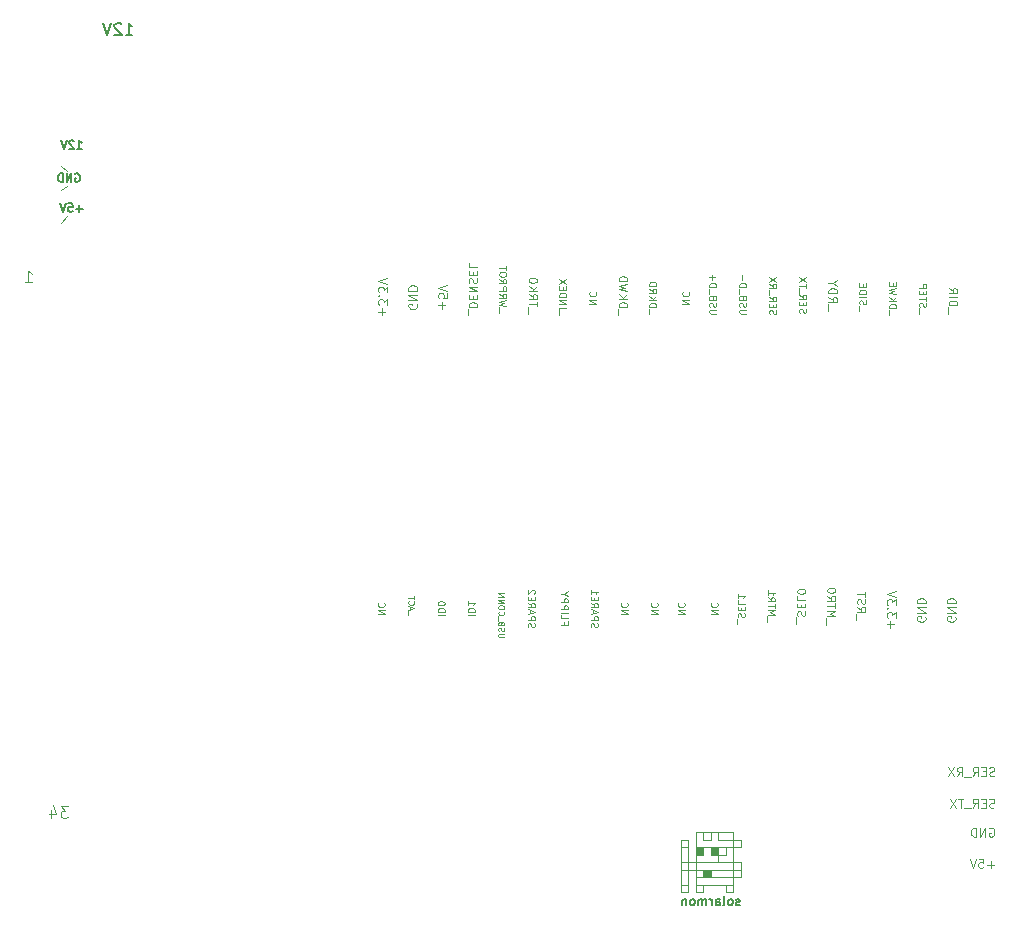
<source format=gbr>
G04 #@! TF.GenerationSoftware,KiCad,Pcbnew,(5.1.9)-1*
G04 #@! TF.CreationDate,2021-06-25T18:36:13+01:00*
G04 #@! TF.ProjectId,Greaseweazle F1 Plus,47726561-7365-4776-9561-7a6c65204631,1*
G04 #@! TF.SameCoordinates,PX6312cb0PY6bcb370*
G04 #@! TF.FileFunction,Legend,Bot*
G04 #@! TF.FilePolarity,Positive*
%FSLAX46Y46*%
G04 Gerber Fmt 4.6, Leading zero omitted, Abs format (unit mm)*
G04 Created by KiCad (PCBNEW (5.1.9)-1) date 2021-06-25 18:36:13*
%MOMM*%
%LPD*%
G01*
G04 APERTURE LIST*
%ADD10C,0.120000*%
%ADD11C,0.125000*%
%ADD12C,0.150000*%
%ADD13C,0.100000*%
G04 APERTURE END LIST*
D10*
X-2794000Y50927000D02*
X-3302000Y50546000D01*
X-2794000Y52197000D02*
X-3302000Y52578000D01*
X-2794000Y48387000D02*
X-3302000Y47752000D01*
D11*
X-2746477Y-1611380D02*
X-3365524Y-1611380D01*
X-3032191Y-1992333D01*
X-3175048Y-1992333D01*
X-3270286Y-2039952D01*
X-3317905Y-2087571D01*
X-3365524Y-2182809D01*
X-3365524Y-2420904D01*
X-3317905Y-2516142D01*
X-3270286Y-2563761D01*
X-3175048Y-2611380D01*
X-2889334Y-2611380D01*
X-2794096Y-2563761D01*
X-2746477Y-2516142D01*
X-4222667Y-1944714D02*
X-4222667Y-2611380D01*
X-3984572Y-1563761D02*
X-3746477Y-2278047D01*
X-4365524Y-2278047D01*
X-6381715Y42727620D02*
X-5810286Y42727620D01*
X-6096000Y42727620D02*
X-6096000Y43727620D01*
X-6000762Y43584762D01*
X-5905524Y43489524D01*
X-5810286Y43441905D01*
D12*
X2143047Y63682620D02*
X2714476Y63682620D01*
X2428761Y63682620D02*
X2428761Y64682620D01*
X2524000Y64539762D01*
X2619238Y64444524D01*
X2714476Y64396905D01*
X1762095Y64587381D02*
X1714476Y64635000D01*
X1619238Y64682620D01*
X1381142Y64682620D01*
X1285904Y64635000D01*
X1238285Y64587381D01*
X1190666Y64492143D01*
X1190666Y64396905D01*
X1238285Y64254048D01*
X1809714Y63682620D01*
X1190666Y63682620D01*
X904952Y64682620D02*
X571619Y63682620D01*
X238285Y64682620D01*
D11*
X61565285Y40298858D02*
X61565285Y40870286D01*
X61636714Y41477429D02*
X61993857Y41227429D01*
X61636714Y41048858D02*
X62386714Y41048858D01*
X62386714Y41334572D01*
X62351000Y41406000D01*
X62315285Y41441715D01*
X62243857Y41477429D01*
X62136714Y41477429D01*
X62065285Y41441715D01*
X62029571Y41406000D01*
X61993857Y41334572D01*
X61993857Y41048858D01*
X61636714Y41798858D02*
X62386714Y41798858D01*
X62386714Y41977429D01*
X62351000Y42084572D01*
X62279571Y42156000D01*
X62208142Y42191715D01*
X62065285Y42227429D01*
X61958142Y42227429D01*
X61815285Y42191715D01*
X61743857Y42156000D01*
X61672428Y42084572D01*
X61636714Y41977429D01*
X61636714Y41798858D01*
X61993857Y42691715D02*
X61636714Y42691715D01*
X62386714Y42441715D02*
X61993857Y42691715D01*
X62386714Y42941715D01*
X49258571Y40930572D02*
X49858571Y40930572D01*
X49258571Y41273429D01*
X49858571Y41273429D01*
X49315714Y41902000D02*
X49287142Y41873429D01*
X49258571Y41787715D01*
X49258571Y41730572D01*
X49287142Y41644858D01*
X49344285Y41587715D01*
X49401428Y41559143D01*
X49515714Y41530572D01*
X49601428Y41530572D01*
X49715714Y41559143D01*
X49772857Y41587715D01*
X49830000Y41644858D01*
X49858571Y41730572D01*
X49858571Y41787715D01*
X49830000Y41873429D01*
X49801428Y41902000D01*
X23477571Y14641572D02*
X24077571Y14641572D01*
X23477571Y14984429D01*
X24077571Y14984429D01*
X23534714Y15613000D02*
X23506142Y15584429D01*
X23477571Y15498715D01*
X23477571Y15441572D01*
X23506142Y15355858D01*
X23563285Y15298715D01*
X23620428Y15270143D01*
X23734714Y15241572D01*
X23820428Y15241572D01*
X23934714Y15270143D01*
X23991857Y15298715D01*
X24049000Y15355858D01*
X24077571Y15441572D01*
X24077571Y15498715D01*
X24049000Y15584429D01*
X24020428Y15613000D01*
X28557571Y14527286D02*
X29157571Y14527286D01*
X28557571Y14813000D02*
X29157571Y14813000D01*
X29157571Y14955858D01*
X29129000Y15041572D01*
X29071857Y15098715D01*
X29014714Y15127286D01*
X28900428Y15155858D01*
X28814714Y15155858D01*
X28700428Y15127286D01*
X28643285Y15098715D01*
X28586142Y15041572D01*
X28557571Y14955858D01*
X28557571Y14813000D01*
X29157571Y15527286D02*
X29157571Y15584429D01*
X29129000Y15641572D01*
X29100428Y15670143D01*
X29043285Y15698715D01*
X28929000Y15727286D01*
X28786142Y15727286D01*
X28671857Y15698715D01*
X28614714Y15670143D01*
X28586142Y15641572D01*
X28557571Y15584429D01*
X28557571Y15527286D01*
X28586142Y15470143D01*
X28614714Y15441572D01*
X28671857Y15413000D01*
X28786142Y15384429D01*
X28929000Y15384429D01*
X29043285Y15413000D01*
X29100428Y15441572D01*
X29129000Y15470143D01*
X29157571Y15527286D01*
X31097571Y14527286D02*
X31697571Y14527286D01*
X31097571Y14813000D02*
X31697571Y14813000D01*
X31697571Y14955858D01*
X31669000Y15041572D01*
X31611857Y15098715D01*
X31554714Y15127286D01*
X31440428Y15155858D01*
X31354714Y15155858D01*
X31240428Y15127286D01*
X31183285Y15098715D01*
X31126142Y15041572D01*
X31097571Y14955858D01*
X31097571Y14813000D01*
X31097571Y15727286D02*
X31097571Y15384429D01*
X31097571Y15555858D02*
X31697571Y15555858D01*
X31611857Y15498715D01*
X31554714Y15441572D01*
X31526142Y15384429D01*
X36206142Y13527286D02*
X36177571Y13613000D01*
X36177571Y13755858D01*
X36206142Y13813000D01*
X36234714Y13841572D01*
X36291857Y13870143D01*
X36349000Y13870143D01*
X36406142Y13841572D01*
X36434714Y13813000D01*
X36463285Y13755858D01*
X36491857Y13641572D01*
X36520428Y13584429D01*
X36549000Y13555858D01*
X36606142Y13527286D01*
X36663285Y13527286D01*
X36720428Y13555858D01*
X36749000Y13584429D01*
X36777571Y13641572D01*
X36777571Y13784429D01*
X36749000Y13870143D01*
X36177571Y14127286D02*
X36777571Y14127286D01*
X36777571Y14355858D01*
X36749000Y14413000D01*
X36720428Y14441572D01*
X36663285Y14470143D01*
X36577571Y14470143D01*
X36520428Y14441572D01*
X36491857Y14413000D01*
X36463285Y14355858D01*
X36463285Y14127286D01*
X36349000Y14698715D02*
X36349000Y14984429D01*
X36177571Y14641572D02*
X36777571Y14841572D01*
X36177571Y15041572D01*
X36177571Y15584429D02*
X36463285Y15384429D01*
X36177571Y15241572D02*
X36777571Y15241572D01*
X36777571Y15470143D01*
X36749000Y15527286D01*
X36720428Y15555858D01*
X36663285Y15584429D01*
X36577571Y15584429D01*
X36520428Y15555858D01*
X36491857Y15527286D01*
X36463285Y15470143D01*
X36463285Y15241572D01*
X36491857Y15841572D02*
X36491857Y16041572D01*
X36177571Y16127286D02*
X36177571Y15841572D01*
X36777571Y15841572D01*
X36777571Y16127286D01*
X36720428Y16355858D02*
X36749000Y16384429D01*
X36777571Y16441572D01*
X36777571Y16584429D01*
X36749000Y16641572D01*
X36720428Y16670143D01*
X36663285Y16698715D01*
X36606142Y16698715D01*
X36520428Y16670143D01*
X36177571Y16327286D01*
X36177571Y16698715D01*
X39285857Y13955858D02*
X39285857Y13755858D01*
X38971571Y13755858D02*
X39571571Y13755858D01*
X39571571Y14041572D01*
X38971571Y14555858D02*
X38971571Y14270143D01*
X39571571Y14270143D01*
X38971571Y14755858D02*
X39571571Y14755858D01*
X38971571Y15041572D02*
X39571571Y15041572D01*
X39571571Y15270143D01*
X39543000Y15327286D01*
X39514428Y15355858D01*
X39457285Y15384429D01*
X39371571Y15384429D01*
X39314428Y15355858D01*
X39285857Y15327286D01*
X39257285Y15270143D01*
X39257285Y15041572D01*
X38971571Y15641572D02*
X39571571Y15641572D01*
X39571571Y15870143D01*
X39543000Y15927286D01*
X39514428Y15955858D01*
X39457285Y15984429D01*
X39371571Y15984429D01*
X39314428Y15955858D01*
X39285857Y15927286D01*
X39257285Y15870143D01*
X39257285Y15641572D01*
X39257285Y16355858D02*
X38971571Y16355858D01*
X39571571Y16155858D02*
X39257285Y16355858D01*
X39571571Y16555858D01*
X41540142Y13527286D02*
X41511571Y13613000D01*
X41511571Y13755858D01*
X41540142Y13813000D01*
X41568714Y13841572D01*
X41625857Y13870143D01*
X41683000Y13870143D01*
X41740142Y13841572D01*
X41768714Y13813000D01*
X41797285Y13755858D01*
X41825857Y13641572D01*
X41854428Y13584429D01*
X41883000Y13555858D01*
X41940142Y13527286D01*
X41997285Y13527286D01*
X42054428Y13555858D01*
X42083000Y13584429D01*
X42111571Y13641572D01*
X42111571Y13784429D01*
X42083000Y13870143D01*
X41511571Y14127286D02*
X42111571Y14127286D01*
X42111571Y14355858D01*
X42083000Y14413000D01*
X42054428Y14441572D01*
X41997285Y14470143D01*
X41911571Y14470143D01*
X41854428Y14441572D01*
X41825857Y14413000D01*
X41797285Y14355858D01*
X41797285Y14127286D01*
X41683000Y14698715D02*
X41683000Y14984429D01*
X41511571Y14641572D02*
X42111571Y14841572D01*
X41511571Y15041572D01*
X41511571Y15584429D02*
X41797285Y15384429D01*
X41511571Y15241572D02*
X42111571Y15241572D01*
X42111571Y15470143D01*
X42083000Y15527286D01*
X42054428Y15555858D01*
X41997285Y15584429D01*
X41911571Y15584429D01*
X41854428Y15555858D01*
X41825857Y15527286D01*
X41797285Y15470143D01*
X41797285Y15241572D01*
X41825857Y15841572D02*
X41825857Y16041572D01*
X41511571Y16127286D02*
X41511571Y15841572D01*
X42111571Y15841572D01*
X42111571Y16127286D01*
X41511571Y16698715D02*
X41511571Y16355858D01*
X41511571Y16527286D02*
X42111571Y16527286D01*
X42025857Y16470143D01*
X41968714Y16413000D01*
X41940142Y16355858D01*
X44051571Y14641572D02*
X44651571Y14641572D01*
X44051571Y14984429D01*
X44651571Y14984429D01*
X44108714Y15613000D02*
X44080142Y15584429D01*
X44051571Y15498715D01*
X44051571Y15441572D01*
X44080142Y15355858D01*
X44137285Y15298715D01*
X44194428Y15270143D01*
X44308714Y15241572D01*
X44394428Y15241572D01*
X44508714Y15270143D01*
X44565857Y15298715D01*
X44623000Y15355858D01*
X44651571Y15441572D01*
X44651571Y15498715D01*
X44623000Y15584429D01*
X44594428Y15613000D01*
X46591571Y14641572D02*
X47191571Y14641572D01*
X46591571Y14984429D01*
X47191571Y14984429D01*
X46648714Y15613000D02*
X46620142Y15584429D01*
X46591571Y15498715D01*
X46591571Y15441572D01*
X46620142Y15355858D01*
X46677285Y15298715D01*
X46734428Y15270143D01*
X46848714Y15241572D01*
X46934428Y15241572D01*
X47048714Y15270143D01*
X47105857Y15298715D01*
X47163000Y15355858D01*
X47191571Y15441572D01*
X47191571Y15498715D01*
X47163000Y15584429D01*
X47134428Y15613000D01*
X48877571Y14641572D02*
X49477571Y14641572D01*
X48877571Y14984429D01*
X49477571Y14984429D01*
X48934714Y15613000D02*
X48906142Y15584429D01*
X48877571Y15498715D01*
X48877571Y15441572D01*
X48906142Y15355858D01*
X48963285Y15298715D01*
X49020428Y15270143D01*
X49134714Y15241572D01*
X49220428Y15241572D01*
X49334714Y15270143D01*
X49391857Y15298715D01*
X49449000Y15355858D01*
X49477571Y15441572D01*
X49477571Y15498715D01*
X49449000Y15584429D01*
X49420428Y15613000D01*
X51671571Y14641572D02*
X52271571Y14641572D01*
X51671571Y14984429D01*
X52271571Y14984429D01*
X51728714Y15613000D02*
X51700142Y15584429D01*
X51671571Y15498715D01*
X51671571Y15441572D01*
X51700142Y15355858D01*
X51757285Y15298715D01*
X51814428Y15270143D01*
X51928714Y15241572D01*
X52014428Y15241572D01*
X52128714Y15270143D01*
X52185857Y15298715D01*
X52243000Y15355858D01*
X52271571Y15441572D01*
X52271571Y15498715D01*
X52243000Y15584429D01*
X52214428Y15613000D01*
X53900428Y13798715D02*
X53900428Y14255858D01*
X53986142Y14370143D02*
X53957571Y14455858D01*
X53957571Y14598715D01*
X53986142Y14655858D01*
X54014714Y14684429D01*
X54071857Y14713000D01*
X54129000Y14713000D01*
X54186142Y14684429D01*
X54214714Y14655858D01*
X54243285Y14598715D01*
X54271857Y14484429D01*
X54300428Y14427286D01*
X54329000Y14398715D01*
X54386142Y14370143D01*
X54443285Y14370143D01*
X54500428Y14398715D01*
X54529000Y14427286D01*
X54557571Y14484429D01*
X54557571Y14627286D01*
X54529000Y14713000D01*
X54271857Y14970143D02*
X54271857Y15170143D01*
X53957571Y15255858D02*
X53957571Y14970143D01*
X54557571Y14970143D01*
X54557571Y15255858D01*
X53957571Y15798715D02*
X53957571Y15513000D01*
X54557571Y15513000D01*
X53957571Y16313000D02*
X53957571Y15970143D01*
X53957571Y16141572D02*
X54557571Y16141572D01*
X54471857Y16084429D01*
X54414714Y16027286D01*
X54386142Y15970143D01*
X75696090Y-1706197D02*
X75588948Y-1741911D01*
X75410376Y-1741911D01*
X75338948Y-1706197D01*
X75303233Y-1670483D01*
X75267519Y-1599054D01*
X75267519Y-1527626D01*
X75303233Y-1456197D01*
X75338948Y-1420483D01*
X75410376Y-1384768D01*
X75553233Y-1349054D01*
X75624662Y-1313340D01*
X75660376Y-1277626D01*
X75696090Y-1206197D01*
X75696090Y-1134768D01*
X75660376Y-1063340D01*
X75624662Y-1027626D01*
X75553233Y-991911D01*
X75374662Y-991911D01*
X75267519Y-1027626D01*
X74946090Y-1349054D02*
X74696090Y-1349054D01*
X74588948Y-1741911D02*
X74946090Y-1741911D01*
X74946090Y-991911D01*
X74588948Y-991911D01*
X73838948Y-1741911D02*
X74088948Y-1384768D01*
X74267519Y-1741911D02*
X74267519Y-991911D01*
X73981805Y-991911D01*
X73910376Y-1027626D01*
X73874662Y-1063340D01*
X73838948Y-1134768D01*
X73838948Y-1241911D01*
X73874662Y-1313340D01*
X73910376Y-1349054D01*
X73981805Y-1384768D01*
X74267519Y-1384768D01*
X73696090Y-1813340D02*
X73124662Y-1813340D01*
X73053233Y-991911D02*
X72624662Y-991911D01*
X72838948Y-1741911D02*
X72838948Y-991911D01*
X72446090Y-991911D02*
X71946090Y-1741911D01*
X71946090Y-991911D02*
X72446090Y-1741911D01*
X75696090Y960803D02*
X75588947Y925089D01*
X75410376Y925089D01*
X75338947Y960803D01*
X75303233Y996517D01*
X75267519Y1067946D01*
X75267519Y1139374D01*
X75303233Y1210803D01*
X75338947Y1246517D01*
X75410376Y1282232D01*
X75553233Y1317946D01*
X75624662Y1353660D01*
X75660376Y1389374D01*
X75696090Y1460803D01*
X75696090Y1532232D01*
X75660376Y1603660D01*
X75624662Y1639374D01*
X75553233Y1675089D01*
X75374662Y1675089D01*
X75267519Y1639374D01*
X74946090Y1317946D02*
X74696090Y1317946D01*
X74588947Y925089D02*
X74946090Y925089D01*
X74946090Y1675089D01*
X74588947Y1675089D01*
X73838947Y925089D02*
X74088947Y1282232D01*
X74267519Y925089D02*
X74267519Y1675089D01*
X73981804Y1675089D01*
X73910376Y1639374D01*
X73874662Y1603660D01*
X73838947Y1532232D01*
X73838947Y1425089D01*
X73874662Y1353660D01*
X73910376Y1317946D01*
X73981804Y1282232D01*
X74267519Y1282232D01*
X73696090Y853660D02*
X73124662Y853660D01*
X72517519Y925089D02*
X72767519Y1282232D01*
X72946090Y925089D02*
X72946090Y1675089D01*
X72660376Y1675089D01*
X72588947Y1639374D01*
X72553233Y1603660D01*
X72517519Y1532232D01*
X72517519Y1425089D01*
X72553233Y1353660D01*
X72588947Y1317946D01*
X72660376Y1282232D01*
X72946090Y1282232D01*
X72267519Y1675089D02*
X71767519Y925089D01*
X71767519Y1675089D02*
X72267519Y925089D01*
X75267519Y-3491426D02*
X75338948Y-3455711D01*
X75446091Y-3455711D01*
X75553233Y-3491426D01*
X75624662Y-3562854D01*
X75660376Y-3634283D01*
X75696091Y-3777140D01*
X75696091Y-3884283D01*
X75660376Y-4027140D01*
X75624662Y-4098568D01*
X75553233Y-4169997D01*
X75446091Y-4205711D01*
X75374662Y-4205711D01*
X75267519Y-4169997D01*
X75231805Y-4134283D01*
X75231805Y-3884283D01*
X75374662Y-3884283D01*
X74910376Y-4205711D02*
X74910376Y-3455711D01*
X74481805Y-4205711D01*
X74481805Y-3455711D01*
X74124662Y-4205711D02*
X74124662Y-3455711D01*
X73946091Y-3455711D01*
X73838948Y-3491426D01*
X73767519Y-3562854D01*
X73731805Y-3634283D01*
X73696091Y-3777140D01*
X73696091Y-3884283D01*
X73731805Y-4027140D01*
X73767519Y-4098568D01*
X73838948Y-4169997D01*
X73946091Y-4205711D01*
X74124662Y-4205711D01*
X75660376Y-6561597D02*
X75088948Y-6561597D01*
X75374662Y-6847311D02*
X75374662Y-6275883D01*
X74374662Y-6097311D02*
X74731805Y-6097311D01*
X74767519Y-6454454D01*
X74731805Y-6418740D01*
X74660376Y-6383026D01*
X74481805Y-6383026D01*
X74410376Y-6418740D01*
X74374662Y-6454454D01*
X74338948Y-6525883D01*
X74338948Y-6704454D01*
X74374662Y-6775883D01*
X74410376Y-6811597D01*
X74481805Y-6847311D01*
X74660376Y-6847311D01*
X74731805Y-6811597D01*
X74767519Y-6775883D01*
X74124662Y-6097311D02*
X73874662Y-6847311D01*
X73624662Y-6097311D01*
X56440428Y13981286D02*
X56440428Y14438429D01*
X56497571Y14581286D02*
X57097571Y14581286D01*
X56669000Y14781286D01*
X57097571Y14981286D01*
X56497571Y14981286D01*
X57097571Y15181286D02*
X57097571Y15524143D01*
X56497571Y15352715D02*
X57097571Y15352715D01*
X56497571Y16067000D02*
X56783285Y15867000D01*
X56497571Y15724143D02*
X57097571Y15724143D01*
X57097571Y15952715D01*
X57069000Y16009858D01*
X57040428Y16038429D01*
X56983285Y16067000D01*
X56897571Y16067000D01*
X56840428Y16038429D01*
X56811857Y16009858D01*
X56783285Y15952715D01*
X56783285Y15724143D01*
X56497571Y16638429D02*
X56497571Y16295572D01*
X56497571Y16467000D02*
X57097571Y16467000D01*
X57011857Y16409858D01*
X56954714Y16352715D01*
X56926142Y16295572D01*
X64005666Y14150334D02*
X64005666Y14683667D01*
X64072333Y15250334D02*
X64405666Y15017000D01*
X64072333Y14850334D02*
X64772333Y14850334D01*
X64772333Y15117000D01*
X64739000Y15183667D01*
X64705666Y15217000D01*
X64639000Y15250334D01*
X64539000Y15250334D01*
X64472333Y15217000D01*
X64439000Y15183667D01*
X64405666Y15117000D01*
X64405666Y14850334D01*
X64105666Y15517000D02*
X64072333Y15617000D01*
X64072333Y15783667D01*
X64105666Y15850334D01*
X64139000Y15883667D01*
X64205666Y15917000D01*
X64272333Y15917000D01*
X64339000Y15883667D01*
X64372333Y15850334D01*
X64405666Y15783667D01*
X64439000Y15650334D01*
X64472333Y15583667D01*
X64505666Y15550334D01*
X64572333Y15517000D01*
X64639000Y15517000D01*
X64705666Y15550334D01*
X64739000Y15583667D01*
X64772333Y15650334D01*
X64772333Y15817000D01*
X64739000Y15917000D01*
X64772333Y16117000D02*
X64772333Y16517000D01*
X64072333Y16317000D02*
X64772333Y16317000D01*
X61465666Y13750334D02*
X61465666Y14283667D01*
X61532333Y14450334D02*
X62232333Y14450334D01*
X61732333Y14683667D01*
X62232333Y14917000D01*
X61532333Y14917000D01*
X62232333Y15150334D02*
X62232333Y15550334D01*
X61532333Y15350334D02*
X62232333Y15350334D01*
X61532333Y16183667D02*
X61865666Y15950334D01*
X61532333Y15783667D02*
X62232333Y15783667D01*
X62232333Y16050334D01*
X62199000Y16117000D01*
X62165666Y16150334D01*
X62099000Y16183667D01*
X61999000Y16183667D01*
X61932333Y16150334D01*
X61899000Y16117000D01*
X61865666Y16050334D01*
X61865666Y15783667D01*
X62232333Y16617000D02*
X62232333Y16683667D01*
X62199000Y16750334D01*
X62165666Y16783667D01*
X62099000Y16817000D01*
X61965666Y16850334D01*
X61799000Y16850334D01*
X61665666Y16817000D01*
X61599000Y16783667D01*
X61565666Y16750334D01*
X61532333Y16683667D01*
X61532333Y16617000D01*
X61565666Y16550334D01*
X61599000Y16517000D01*
X61665666Y16483667D01*
X61799000Y16450334D01*
X61965666Y16450334D01*
X62099000Y16483667D01*
X62165666Y16517000D01*
X62199000Y16550334D01*
X62232333Y16617000D01*
X66875428Y13486000D02*
X66875428Y14057429D01*
X66589714Y13771715D02*
X67161142Y13771715D01*
X67339714Y14343143D02*
X67339714Y14807429D01*
X67054000Y14557429D01*
X67054000Y14664572D01*
X67018285Y14736000D01*
X66982571Y14771715D01*
X66911142Y14807429D01*
X66732571Y14807429D01*
X66661142Y14771715D01*
X66625428Y14736000D01*
X66589714Y14664572D01*
X66589714Y14450286D01*
X66625428Y14378858D01*
X66661142Y14343143D01*
X66661142Y15128858D02*
X66625428Y15164572D01*
X66589714Y15128858D01*
X66625428Y15093143D01*
X66661142Y15128858D01*
X66589714Y15128858D01*
X67339714Y15414572D02*
X67339714Y15878858D01*
X67054000Y15628858D01*
X67054000Y15736000D01*
X67018285Y15807429D01*
X66982571Y15843143D01*
X66911142Y15878858D01*
X66732571Y15878858D01*
X66661142Y15843143D01*
X66625428Y15807429D01*
X66589714Y15736000D01*
X66589714Y15521715D01*
X66625428Y15450286D01*
X66661142Y15414572D01*
X67339714Y16093143D02*
X66589714Y16343143D01*
X67339714Y16593143D01*
X34182809Y12684358D02*
X33778047Y12684358D01*
X33730428Y12708167D01*
X33706619Y12731977D01*
X33682809Y12779596D01*
X33682809Y12874834D01*
X33706619Y12922453D01*
X33730428Y12946262D01*
X33778047Y12970072D01*
X34182809Y12970072D01*
X33706619Y13184358D02*
X33682809Y13255786D01*
X33682809Y13374834D01*
X33706619Y13422453D01*
X33730428Y13446262D01*
X33778047Y13470072D01*
X33825666Y13470072D01*
X33873285Y13446262D01*
X33897095Y13422453D01*
X33920904Y13374834D01*
X33944714Y13279596D01*
X33968523Y13231977D01*
X33992333Y13208167D01*
X34039952Y13184358D01*
X34087571Y13184358D01*
X34135190Y13208167D01*
X34159000Y13231977D01*
X34182809Y13279596D01*
X34182809Y13398643D01*
X34159000Y13470072D01*
X33944714Y13851024D02*
X33920904Y13922453D01*
X33897095Y13946262D01*
X33849476Y13970072D01*
X33778047Y13970072D01*
X33730428Y13946262D01*
X33706619Y13922453D01*
X33682809Y13874834D01*
X33682809Y13684358D01*
X34182809Y13684358D01*
X34182809Y13851024D01*
X34159000Y13898643D01*
X34135190Y13922453D01*
X34087571Y13946262D01*
X34039952Y13946262D01*
X33992333Y13922453D01*
X33968523Y13898643D01*
X33944714Y13851024D01*
X33944714Y13684358D01*
X33635190Y14065310D02*
X33635190Y14446262D01*
X33730428Y14851024D02*
X33706619Y14827215D01*
X33682809Y14755786D01*
X33682809Y14708167D01*
X33706619Y14636739D01*
X33754238Y14589120D01*
X33801857Y14565310D01*
X33897095Y14541500D01*
X33968523Y14541500D01*
X34063761Y14565310D01*
X34111380Y14589120D01*
X34159000Y14636739D01*
X34182809Y14708167D01*
X34182809Y14755786D01*
X34159000Y14827215D01*
X34135190Y14851024D01*
X34182809Y15160548D02*
X34182809Y15255786D01*
X34159000Y15303405D01*
X34111380Y15351024D01*
X34016142Y15374834D01*
X33849476Y15374834D01*
X33754238Y15351024D01*
X33706619Y15303405D01*
X33682809Y15255786D01*
X33682809Y15160548D01*
X33706619Y15112929D01*
X33754238Y15065310D01*
X33849476Y15041500D01*
X34016142Y15041500D01*
X34111380Y15065310D01*
X34159000Y15112929D01*
X34182809Y15160548D01*
X33682809Y15589120D02*
X34182809Y15589120D01*
X33682809Y15874834D01*
X34182809Y15874834D01*
X33682809Y16112929D02*
X34182809Y16112929D01*
X33682809Y16398643D01*
X34182809Y16398643D01*
X58925666Y13833667D02*
X58925666Y14367000D01*
X59025666Y14500334D02*
X58992333Y14600334D01*
X58992333Y14767000D01*
X59025666Y14833667D01*
X59059000Y14867000D01*
X59125666Y14900334D01*
X59192333Y14900334D01*
X59259000Y14867000D01*
X59292333Y14833667D01*
X59325666Y14767000D01*
X59359000Y14633667D01*
X59392333Y14567000D01*
X59425666Y14533667D01*
X59492333Y14500334D01*
X59559000Y14500334D01*
X59625666Y14533667D01*
X59659000Y14567000D01*
X59692333Y14633667D01*
X59692333Y14800334D01*
X59659000Y14900334D01*
X59359000Y15200334D02*
X59359000Y15433667D01*
X58992333Y15533667D02*
X58992333Y15200334D01*
X59692333Y15200334D01*
X59692333Y15533667D01*
X58992333Y16167000D02*
X58992333Y15833667D01*
X59692333Y15833667D01*
X59692333Y16533667D02*
X59692333Y16600334D01*
X59659000Y16667000D01*
X59625666Y16700334D01*
X59559000Y16733667D01*
X59425666Y16767000D01*
X59259000Y16767000D01*
X59125666Y16733667D01*
X59059000Y16700334D01*
X59025666Y16667000D01*
X58992333Y16600334D01*
X58992333Y16533667D01*
X59025666Y16467000D01*
X59059000Y16433667D01*
X59125666Y16400334D01*
X59259000Y16367000D01*
X59425666Y16367000D01*
X59559000Y16400334D01*
X59625666Y16433667D01*
X59659000Y16467000D01*
X59692333Y16533667D01*
X69844000Y14414572D02*
X69879714Y14343143D01*
X69879714Y14236000D01*
X69844000Y14128858D01*
X69772571Y14057429D01*
X69701142Y14021715D01*
X69558285Y13986000D01*
X69451142Y13986000D01*
X69308285Y14021715D01*
X69236857Y14057429D01*
X69165428Y14128858D01*
X69129714Y14236000D01*
X69129714Y14307429D01*
X69165428Y14414572D01*
X69201142Y14450286D01*
X69451142Y14450286D01*
X69451142Y14307429D01*
X69129714Y14771715D02*
X69879714Y14771715D01*
X69129714Y15200286D01*
X69879714Y15200286D01*
X69129714Y15557429D02*
X69879714Y15557429D01*
X69879714Y15736000D01*
X69844000Y15843143D01*
X69772571Y15914572D01*
X69701142Y15950286D01*
X69558285Y15986000D01*
X69451142Y15986000D01*
X69308285Y15950286D01*
X69236857Y15914572D01*
X69165428Y15843143D01*
X69129714Y15736000D01*
X69129714Y15557429D01*
X72384000Y14414572D02*
X72419714Y14343143D01*
X72419714Y14236000D01*
X72384000Y14128858D01*
X72312571Y14057429D01*
X72241142Y14021715D01*
X72098285Y13986000D01*
X71991142Y13986000D01*
X71848285Y14021715D01*
X71776857Y14057429D01*
X71705428Y14128858D01*
X71669714Y14236000D01*
X71669714Y14307429D01*
X71705428Y14414572D01*
X71741142Y14450286D01*
X71991142Y14450286D01*
X71991142Y14307429D01*
X71669714Y14771715D02*
X72419714Y14771715D01*
X71669714Y15200286D01*
X72419714Y15200286D01*
X71669714Y15557429D02*
X72419714Y15557429D01*
X72419714Y15736000D01*
X72384000Y15843143D01*
X72312571Y15914572D01*
X72241142Y15950286D01*
X72098285Y15986000D01*
X71991142Y15986000D01*
X71848285Y15950286D01*
X71776857Y15914572D01*
X71705428Y15843143D01*
X71669714Y15736000D01*
X71669714Y15557429D01*
X26015190Y14521762D02*
X26015190Y14902715D01*
X26205666Y14997953D02*
X26205666Y15236048D01*
X26062809Y14950334D02*
X26562809Y15117000D01*
X26062809Y15283667D01*
X26110428Y15736048D02*
X26086619Y15712239D01*
X26062809Y15640810D01*
X26062809Y15593191D01*
X26086619Y15521762D01*
X26134238Y15474143D01*
X26181857Y15450334D01*
X26277095Y15426524D01*
X26348523Y15426524D01*
X26443761Y15450334D01*
X26491380Y15474143D01*
X26539000Y15521762D01*
X26562809Y15593191D01*
X26562809Y15640810D01*
X26539000Y15712239D01*
X26515190Y15736048D01*
X26562809Y15878905D02*
X26562809Y16164620D01*
X26062809Y16021762D02*
X26562809Y16021762D01*
X31112666Y39930667D02*
X31112666Y40464000D01*
X31179333Y40630667D02*
X31879333Y40630667D01*
X31879333Y40797334D01*
X31846000Y40897334D01*
X31779333Y40964000D01*
X31712666Y40997334D01*
X31579333Y41030667D01*
X31479333Y41030667D01*
X31346000Y40997334D01*
X31279333Y40964000D01*
X31212666Y40897334D01*
X31179333Y40797334D01*
X31179333Y40630667D01*
X31546000Y41330667D02*
X31546000Y41564000D01*
X31179333Y41664000D02*
X31179333Y41330667D01*
X31879333Y41330667D01*
X31879333Y41664000D01*
X31179333Y41964000D02*
X31879333Y41964000D01*
X31179333Y42364000D01*
X31879333Y42364000D01*
X31212666Y42664000D02*
X31179333Y42764000D01*
X31179333Y42930667D01*
X31212666Y42997334D01*
X31246000Y43030667D01*
X31312666Y43064000D01*
X31379333Y43064000D01*
X31446000Y43030667D01*
X31479333Y42997334D01*
X31512666Y42930667D01*
X31546000Y42797334D01*
X31579333Y42730667D01*
X31612666Y42697334D01*
X31679333Y42664000D01*
X31746000Y42664000D01*
X31812666Y42697334D01*
X31846000Y42730667D01*
X31879333Y42797334D01*
X31879333Y42964000D01*
X31846000Y43064000D01*
X31546000Y43364000D02*
X31546000Y43597334D01*
X31179333Y43697334D02*
X31179333Y43364000D01*
X31879333Y43364000D01*
X31879333Y43697334D01*
X31179333Y44330667D02*
X31179333Y43997334D01*
X31879333Y43997334D01*
X26791000Y40894072D02*
X26826714Y40822643D01*
X26826714Y40715500D01*
X26791000Y40608358D01*
X26719571Y40536929D01*
X26648142Y40501215D01*
X26505285Y40465500D01*
X26398142Y40465500D01*
X26255285Y40501215D01*
X26183857Y40536929D01*
X26112428Y40608358D01*
X26076714Y40715500D01*
X26076714Y40786929D01*
X26112428Y40894072D01*
X26148142Y40929786D01*
X26398142Y40929786D01*
X26398142Y40786929D01*
X26076714Y41251215D02*
X26826714Y41251215D01*
X26076714Y41679786D01*
X26826714Y41679786D01*
X26076714Y42036929D02*
X26826714Y42036929D01*
X26826714Y42215500D01*
X26791000Y42322643D01*
X26719571Y42394072D01*
X26648142Y42429786D01*
X26505285Y42465500D01*
X26398142Y42465500D01*
X26255285Y42429786D01*
X26183857Y42394072D01*
X26112428Y42322643D01*
X26076714Y42215500D01*
X26076714Y42036929D01*
X28902428Y40501215D02*
X28902428Y41072643D01*
X28616714Y40786929D02*
X29188142Y40786929D01*
X29366714Y41786929D02*
X29366714Y41429786D01*
X29009571Y41394072D01*
X29045285Y41429786D01*
X29081000Y41501215D01*
X29081000Y41679786D01*
X29045285Y41751215D01*
X29009571Y41786929D01*
X28938142Y41822643D01*
X28759571Y41822643D01*
X28688142Y41786929D01*
X28652428Y41751215D01*
X28616714Y41679786D01*
X28616714Y41501215D01*
X28652428Y41429786D01*
X28688142Y41394072D01*
X29366714Y42036929D02*
X28616714Y42286929D01*
X29366714Y42536929D01*
X59193142Y40170286D02*
X59164571Y40256000D01*
X59164571Y40398858D01*
X59193142Y40456000D01*
X59221714Y40484572D01*
X59278857Y40513143D01*
X59336000Y40513143D01*
X59393142Y40484572D01*
X59421714Y40456000D01*
X59450285Y40398858D01*
X59478857Y40284572D01*
X59507428Y40227429D01*
X59536000Y40198858D01*
X59593142Y40170286D01*
X59650285Y40170286D01*
X59707428Y40198858D01*
X59736000Y40227429D01*
X59764571Y40284572D01*
X59764571Y40427429D01*
X59736000Y40513143D01*
X59478857Y40770286D02*
X59478857Y40970286D01*
X59164571Y41056000D02*
X59164571Y40770286D01*
X59764571Y40770286D01*
X59764571Y41056000D01*
X59164571Y41656000D02*
X59450285Y41456000D01*
X59164571Y41313143D02*
X59764571Y41313143D01*
X59764571Y41541715D01*
X59736000Y41598858D01*
X59707428Y41627429D01*
X59650285Y41656000D01*
X59564571Y41656000D01*
X59507428Y41627429D01*
X59478857Y41598858D01*
X59450285Y41541715D01*
X59450285Y41313143D01*
X59107428Y41770286D02*
X59107428Y42227429D01*
X59764571Y42284572D02*
X59764571Y42627429D01*
X59164571Y42456000D02*
X59764571Y42456000D01*
X59764571Y42770286D02*
X59164571Y43170286D01*
X59764571Y43170286D02*
X59164571Y42770286D01*
X46407428Y40036929D02*
X46407428Y40494072D01*
X46464571Y40636929D02*
X47064571Y40636929D01*
X47064571Y40779786D01*
X47036000Y40865500D01*
X46978857Y40922643D01*
X46921714Y40951215D01*
X46807428Y40979786D01*
X46721714Y40979786D01*
X46607428Y40951215D01*
X46550285Y40922643D01*
X46493142Y40865500D01*
X46464571Y40779786D01*
X46464571Y40636929D01*
X46464571Y41236929D02*
X47064571Y41236929D01*
X46464571Y41579786D02*
X46807428Y41322643D01*
X47064571Y41579786D02*
X46721714Y41236929D01*
X46464571Y42179786D02*
X46750285Y41979786D01*
X46464571Y41836929D02*
X47064571Y41836929D01*
X47064571Y42065500D01*
X47036000Y42122643D01*
X47007428Y42151215D01*
X46950285Y42179786D01*
X46864571Y42179786D01*
X46807428Y42151215D01*
X46778857Y42122643D01*
X46750285Y42065500D01*
X46750285Y41836929D01*
X46464571Y42436929D02*
X47064571Y42436929D01*
X47064571Y42579786D01*
X47036000Y42665500D01*
X46978857Y42722643D01*
X46921714Y42751215D01*
X46807428Y42779786D01*
X46721714Y42779786D01*
X46607428Y42751215D01*
X46550285Y42722643D01*
X46493142Y42665500D01*
X46464571Y42579786D01*
X46464571Y42436929D01*
X69267428Y40087715D02*
X69267428Y40544858D01*
X69353142Y40659143D02*
X69324571Y40744858D01*
X69324571Y40887715D01*
X69353142Y40944858D01*
X69381714Y40973429D01*
X69438857Y41002000D01*
X69496000Y41002000D01*
X69553142Y40973429D01*
X69581714Y40944858D01*
X69610285Y40887715D01*
X69638857Y40773429D01*
X69667428Y40716286D01*
X69696000Y40687715D01*
X69753142Y40659143D01*
X69810285Y40659143D01*
X69867428Y40687715D01*
X69896000Y40716286D01*
X69924571Y40773429D01*
X69924571Y40916286D01*
X69896000Y41002000D01*
X69924571Y41173429D02*
X69924571Y41516286D01*
X69324571Y41344858D02*
X69924571Y41344858D01*
X69638857Y41716286D02*
X69638857Y41916286D01*
X69324571Y42002000D02*
X69324571Y41716286D01*
X69924571Y41716286D01*
X69924571Y42002000D01*
X69324571Y42259143D02*
X69924571Y42259143D01*
X69924571Y42487715D01*
X69896000Y42544858D01*
X69867428Y42573429D01*
X69810285Y42602000D01*
X69724571Y42602000D01*
X69667428Y42573429D01*
X69638857Y42544858D01*
X69610285Y42487715D01*
X69610285Y42259143D01*
X52144571Y40062358D02*
X51658857Y40062358D01*
X51601714Y40090929D01*
X51573142Y40119500D01*
X51544571Y40176643D01*
X51544571Y40290929D01*
X51573142Y40348072D01*
X51601714Y40376643D01*
X51658857Y40405215D01*
X52144571Y40405215D01*
X51573142Y40662358D02*
X51544571Y40748072D01*
X51544571Y40890929D01*
X51573142Y40948072D01*
X51601714Y40976643D01*
X51658857Y41005215D01*
X51716000Y41005215D01*
X51773142Y40976643D01*
X51801714Y40948072D01*
X51830285Y40890929D01*
X51858857Y40776643D01*
X51887428Y40719500D01*
X51916000Y40690929D01*
X51973142Y40662358D01*
X52030285Y40662358D01*
X52087428Y40690929D01*
X52116000Y40719500D01*
X52144571Y40776643D01*
X52144571Y40919500D01*
X52116000Y41005215D01*
X51858857Y41462358D02*
X51830285Y41548072D01*
X51801714Y41576643D01*
X51744571Y41605215D01*
X51658857Y41605215D01*
X51601714Y41576643D01*
X51573142Y41548072D01*
X51544571Y41490929D01*
X51544571Y41262358D01*
X52144571Y41262358D01*
X52144571Y41462358D01*
X52116000Y41519500D01*
X52087428Y41548072D01*
X52030285Y41576643D01*
X51973142Y41576643D01*
X51916000Y41548072D01*
X51887428Y41519500D01*
X51858857Y41462358D01*
X51858857Y41262358D01*
X51487428Y41719500D02*
X51487428Y42176643D01*
X51544571Y42319500D02*
X52144571Y42319500D01*
X52144571Y42462358D01*
X52116000Y42548072D01*
X52058857Y42605215D01*
X52001714Y42633786D01*
X51887428Y42662358D01*
X51801714Y42662358D01*
X51687428Y42633786D01*
X51630285Y42605215D01*
X51573142Y42548072D01*
X51544571Y42462358D01*
X51544571Y42319500D01*
X51773142Y42919500D02*
X51773142Y43376643D01*
X51544571Y43148072D02*
X52001714Y43148072D01*
X71752666Y40078167D02*
X71752666Y40611500D01*
X71819333Y40778167D02*
X72519333Y40778167D01*
X72519333Y40944834D01*
X72486000Y41044834D01*
X72419333Y41111500D01*
X72352666Y41144834D01*
X72219333Y41178167D01*
X72119333Y41178167D01*
X71986000Y41144834D01*
X71919333Y41111500D01*
X71852666Y41044834D01*
X71819333Y40944834D01*
X71819333Y40778167D01*
X71819333Y41478167D02*
X72519333Y41478167D01*
X71819333Y42211500D02*
X72152666Y41978167D01*
X71819333Y41811500D02*
X72519333Y41811500D01*
X72519333Y42078167D01*
X72486000Y42144834D01*
X72452666Y42178167D01*
X72386000Y42211500D01*
X72286000Y42211500D01*
X72219333Y42178167D01*
X72186000Y42144834D01*
X72152666Y42078167D01*
X72152666Y41811500D01*
X64187428Y40300429D02*
X64187428Y40757572D01*
X64273142Y40871858D02*
X64244571Y40957572D01*
X64244571Y41100429D01*
X64273142Y41157572D01*
X64301714Y41186143D01*
X64358857Y41214715D01*
X64416000Y41214715D01*
X64473142Y41186143D01*
X64501714Y41157572D01*
X64530285Y41100429D01*
X64558857Y40986143D01*
X64587428Y40929000D01*
X64616000Y40900429D01*
X64673142Y40871858D01*
X64730285Y40871858D01*
X64787428Y40900429D01*
X64816000Y40929000D01*
X64844571Y40986143D01*
X64844571Y41129000D01*
X64816000Y41214715D01*
X64244571Y41471858D02*
X64844571Y41471858D01*
X64244571Y41757572D02*
X64844571Y41757572D01*
X64844571Y41900429D01*
X64816000Y41986143D01*
X64758857Y42043286D01*
X64701714Y42071858D01*
X64587428Y42100429D01*
X64501714Y42100429D01*
X64387428Y42071858D01*
X64330285Y42043286D01*
X64273142Y41986143D01*
X64244571Y41900429D01*
X64244571Y41757572D01*
X64558857Y42357572D02*
X64558857Y42557572D01*
X64244571Y42643286D02*
X64244571Y42357572D01*
X64844571Y42357572D01*
X64844571Y42643286D01*
X56653142Y40035358D02*
X56624571Y40121072D01*
X56624571Y40263929D01*
X56653142Y40321072D01*
X56681714Y40349643D01*
X56738857Y40378215D01*
X56796000Y40378215D01*
X56853142Y40349643D01*
X56881714Y40321072D01*
X56910285Y40263929D01*
X56938857Y40149643D01*
X56967428Y40092500D01*
X56996000Y40063929D01*
X57053142Y40035358D01*
X57110285Y40035358D01*
X57167428Y40063929D01*
X57196000Y40092500D01*
X57224571Y40149643D01*
X57224571Y40292500D01*
X57196000Y40378215D01*
X56938857Y40635358D02*
X56938857Y40835358D01*
X56624571Y40921072D02*
X56624571Y40635358D01*
X57224571Y40635358D01*
X57224571Y40921072D01*
X56624571Y41521072D02*
X56910285Y41321072D01*
X56624571Y41178215D02*
X57224571Y41178215D01*
X57224571Y41406786D01*
X57196000Y41463929D01*
X57167428Y41492500D01*
X57110285Y41521072D01*
X57024571Y41521072D01*
X56967428Y41492500D01*
X56938857Y41463929D01*
X56910285Y41406786D01*
X56910285Y41178215D01*
X56567428Y41635358D02*
X56567428Y42092500D01*
X56624571Y42578215D02*
X56910285Y42378215D01*
X56624571Y42235358D02*
X57224571Y42235358D01*
X57224571Y42463929D01*
X57196000Y42521072D01*
X57167428Y42549643D01*
X57110285Y42578215D01*
X57024571Y42578215D01*
X56967428Y42549643D01*
X56938857Y42521072D01*
X56910285Y42463929D01*
X56910285Y42235358D01*
X57224571Y42778215D02*
X56624571Y43178215D01*
X57224571Y43178215D02*
X56624571Y42778215D01*
X54684571Y40062358D02*
X54198857Y40062358D01*
X54141714Y40090929D01*
X54113142Y40119500D01*
X54084571Y40176643D01*
X54084571Y40290929D01*
X54113142Y40348072D01*
X54141714Y40376643D01*
X54198857Y40405215D01*
X54684571Y40405215D01*
X54113142Y40662358D02*
X54084571Y40748072D01*
X54084571Y40890929D01*
X54113142Y40948072D01*
X54141714Y40976643D01*
X54198857Y41005215D01*
X54256000Y41005215D01*
X54313142Y40976643D01*
X54341714Y40948072D01*
X54370285Y40890929D01*
X54398857Y40776643D01*
X54427428Y40719500D01*
X54456000Y40690929D01*
X54513142Y40662358D01*
X54570285Y40662358D01*
X54627428Y40690929D01*
X54656000Y40719500D01*
X54684571Y40776643D01*
X54684571Y40919500D01*
X54656000Y41005215D01*
X54398857Y41462358D02*
X54370285Y41548072D01*
X54341714Y41576643D01*
X54284571Y41605215D01*
X54198857Y41605215D01*
X54141714Y41576643D01*
X54113142Y41548072D01*
X54084571Y41490929D01*
X54084571Y41262358D01*
X54684571Y41262358D01*
X54684571Y41462358D01*
X54656000Y41519500D01*
X54627428Y41548072D01*
X54570285Y41576643D01*
X54513142Y41576643D01*
X54456000Y41548072D01*
X54427428Y41519500D01*
X54398857Y41462358D01*
X54398857Y41262358D01*
X54027428Y41719500D02*
X54027428Y42176643D01*
X54084571Y42319500D02*
X54684571Y42319500D01*
X54684571Y42462358D01*
X54656000Y42548072D01*
X54598857Y42605215D01*
X54541714Y42633786D01*
X54427428Y42662358D01*
X54341714Y42662358D01*
X54227428Y42633786D01*
X54170285Y42605215D01*
X54113142Y42548072D01*
X54084571Y42462358D01*
X54084571Y42319500D01*
X54313142Y42919500D02*
X54313142Y43376643D01*
X66727428Y39959143D02*
X66727428Y40416286D01*
X66784571Y40559143D02*
X67384571Y40559143D01*
X67384571Y40702000D01*
X67356000Y40787715D01*
X67298857Y40844858D01*
X67241714Y40873429D01*
X67127428Y40902000D01*
X67041714Y40902000D01*
X66927428Y40873429D01*
X66870285Y40844858D01*
X66813142Y40787715D01*
X66784571Y40702000D01*
X66784571Y40559143D01*
X66784571Y41159143D02*
X67384571Y41159143D01*
X66784571Y41502000D02*
X67127428Y41244858D01*
X67384571Y41502000D02*
X67041714Y41159143D01*
X67384571Y41702000D02*
X66784571Y41844858D01*
X67213142Y41959143D01*
X66784571Y42073429D01*
X67384571Y42216286D01*
X67098857Y42444858D02*
X67098857Y42644858D01*
X66784571Y42730572D02*
X66784571Y42444858D01*
X67384571Y42444858D01*
X67384571Y42730572D01*
X33707428Y40149715D02*
X33707428Y40606858D01*
X34364571Y40692572D02*
X33764571Y40835429D01*
X34193142Y40949715D01*
X33764571Y41064000D01*
X34364571Y41206858D01*
X33764571Y41778286D02*
X34050285Y41578286D01*
X33764571Y41435429D02*
X34364571Y41435429D01*
X34364571Y41664000D01*
X34336000Y41721143D01*
X34307428Y41749715D01*
X34250285Y41778286D01*
X34164571Y41778286D01*
X34107428Y41749715D01*
X34078857Y41721143D01*
X34050285Y41664000D01*
X34050285Y41435429D01*
X33764571Y42035429D02*
X34364571Y42035429D01*
X34364571Y42264000D01*
X34336000Y42321143D01*
X34307428Y42349715D01*
X34250285Y42378286D01*
X34164571Y42378286D01*
X34107428Y42349715D01*
X34078857Y42321143D01*
X34050285Y42264000D01*
X34050285Y42035429D01*
X33764571Y42978286D02*
X34050285Y42778286D01*
X33764571Y42635429D02*
X34364571Y42635429D01*
X34364571Y42864000D01*
X34336000Y42921143D01*
X34307428Y42949715D01*
X34250285Y42978286D01*
X34164571Y42978286D01*
X34107428Y42949715D01*
X34078857Y42921143D01*
X34050285Y42864000D01*
X34050285Y42635429D01*
X34364571Y43349715D02*
X34364571Y43464000D01*
X34336000Y43521143D01*
X34278857Y43578286D01*
X34164571Y43606858D01*
X33964571Y43606858D01*
X33850285Y43578286D01*
X33793142Y43521143D01*
X33764571Y43464000D01*
X33764571Y43349715D01*
X33793142Y43292572D01*
X33850285Y43235429D01*
X33964571Y43206858D01*
X34164571Y43206858D01*
X34278857Y43235429D01*
X34336000Y43292572D01*
X34364571Y43349715D01*
X34364571Y43778286D02*
X34364571Y44121143D01*
X33764571Y43949715D02*
X34364571Y43949715D01*
X43812666Y39939334D02*
X43812666Y40472667D01*
X43879333Y40639334D02*
X44579333Y40639334D01*
X44579333Y40806000D01*
X44546000Y40906000D01*
X44479333Y40972667D01*
X44412666Y41006000D01*
X44279333Y41039334D01*
X44179333Y41039334D01*
X44046000Y41006000D01*
X43979333Y40972667D01*
X43912666Y40906000D01*
X43879333Y40806000D01*
X43879333Y40639334D01*
X43879333Y41339334D02*
X44579333Y41339334D01*
X43879333Y41739334D02*
X44279333Y41439334D01*
X44579333Y41739334D02*
X44179333Y41339334D01*
X44579333Y41972667D02*
X43879333Y42139334D01*
X44379333Y42272667D01*
X43879333Y42406000D01*
X44579333Y42572667D01*
X43879333Y42839334D02*
X44579333Y42839334D01*
X44579333Y43006000D01*
X44546000Y43106000D01*
X44479333Y43172667D01*
X44412666Y43206000D01*
X44279333Y43239334D01*
X44179333Y43239334D01*
X44046000Y43206000D01*
X43979333Y43172667D01*
X43912666Y43106000D01*
X43879333Y43006000D01*
X43879333Y42839334D01*
X41384571Y40930572D02*
X41984571Y40930572D01*
X41384571Y41273429D01*
X41984571Y41273429D01*
X41441714Y41902000D02*
X41413142Y41873429D01*
X41384571Y41787715D01*
X41384571Y41730572D01*
X41413142Y41644858D01*
X41470285Y41587715D01*
X41527428Y41559143D01*
X41641714Y41530572D01*
X41727428Y41530572D01*
X41841714Y41559143D01*
X41898857Y41587715D01*
X41956000Y41644858D01*
X41984571Y41730572D01*
X41984571Y41787715D01*
X41956000Y41873429D01*
X41927428Y41902000D01*
X38787428Y39986143D02*
X38787428Y40443286D01*
X38844571Y40586143D02*
X39444571Y40586143D01*
X38844571Y40871858D02*
X39444571Y40871858D01*
X38844571Y41214715D01*
X39444571Y41214715D01*
X38844571Y41500429D02*
X39444571Y41500429D01*
X39444571Y41643286D01*
X39416000Y41729000D01*
X39358857Y41786143D01*
X39301714Y41814715D01*
X39187428Y41843286D01*
X39101714Y41843286D01*
X38987428Y41814715D01*
X38930285Y41786143D01*
X38873142Y41729000D01*
X38844571Y41643286D01*
X38844571Y41500429D01*
X39158857Y42100429D02*
X39158857Y42300429D01*
X38844571Y42386143D02*
X38844571Y42100429D01*
X39444571Y42100429D01*
X39444571Y42386143D01*
X39444571Y42586143D02*
X38844571Y42986143D01*
X39444571Y42986143D02*
X38844571Y42586143D01*
X36192666Y40089334D02*
X36192666Y40622667D01*
X36959333Y40689334D02*
X36959333Y41089334D01*
X36259333Y40889334D02*
X36959333Y40889334D01*
X36259333Y41722667D02*
X36592666Y41489334D01*
X36259333Y41322667D02*
X36959333Y41322667D01*
X36959333Y41589334D01*
X36926000Y41656000D01*
X36892666Y41689334D01*
X36826000Y41722667D01*
X36726000Y41722667D01*
X36659333Y41689334D01*
X36626000Y41656000D01*
X36592666Y41589334D01*
X36592666Y41322667D01*
X36259333Y42022667D02*
X36959333Y42022667D01*
X36259333Y42422667D02*
X36659333Y42122667D01*
X36959333Y42422667D02*
X36559333Y42022667D01*
X36959333Y42856000D02*
X36959333Y42922667D01*
X36926000Y42989334D01*
X36892666Y43022667D01*
X36826000Y43056000D01*
X36692666Y43089334D01*
X36526000Y43089334D01*
X36392666Y43056000D01*
X36326000Y43022667D01*
X36292666Y42989334D01*
X36259333Y42922667D01*
X36259333Y42856000D01*
X36292666Y42789334D01*
X36326000Y42756000D01*
X36392666Y42722667D01*
X36526000Y42689334D01*
X36692666Y42689334D01*
X36826000Y42722667D01*
X36892666Y42756000D01*
X36926000Y42789334D01*
X36959333Y42856000D01*
X23822428Y39965500D02*
X23822428Y40536929D01*
X23536714Y40251215D02*
X24108142Y40251215D01*
X24286714Y40822643D02*
X24286714Y41286929D01*
X24001000Y41036929D01*
X24001000Y41144072D01*
X23965285Y41215500D01*
X23929571Y41251215D01*
X23858142Y41286929D01*
X23679571Y41286929D01*
X23608142Y41251215D01*
X23572428Y41215500D01*
X23536714Y41144072D01*
X23536714Y40929786D01*
X23572428Y40858358D01*
X23608142Y40822643D01*
X23608142Y41608358D02*
X23572428Y41644072D01*
X23536714Y41608358D01*
X23572428Y41572643D01*
X23608142Y41608358D01*
X23536714Y41608358D01*
X24286714Y41894072D02*
X24286714Y42358358D01*
X24001000Y42108358D01*
X24001000Y42215500D01*
X23965285Y42286929D01*
X23929571Y42322643D01*
X23858142Y42358358D01*
X23679571Y42358358D01*
X23608142Y42322643D01*
X23572428Y42286929D01*
X23536714Y42215500D01*
X23536714Y42001215D01*
X23572428Y41929786D01*
X23608142Y41894072D01*
X24286714Y42572643D02*
X23536714Y42822643D01*
X24286714Y43072643D01*
D12*
X-1513000Y48972000D02*
X-2046334Y48972000D01*
X-1779667Y48705334D02*
X-1779667Y49238667D01*
X-2713000Y49405334D02*
X-2379667Y49405334D01*
X-2346334Y49072000D01*
X-2379667Y49105334D01*
X-2446334Y49138667D01*
X-2613000Y49138667D01*
X-2679667Y49105334D01*
X-2713000Y49072000D01*
X-2746334Y49005334D01*
X-2746334Y48838667D01*
X-2713000Y48772000D01*
X-2679667Y48738667D01*
X-2613000Y48705334D01*
X-2446334Y48705334D01*
X-2379667Y48738667D01*
X-2346334Y48772000D01*
X-2946334Y49405334D02*
X-3179667Y48705334D01*
X-3413000Y49405334D01*
X-2133667Y51912000D02*
X-2067000Y51945334D01*
X-1967000Y51945334D01*
X-1867000Y51912000D01*
X-1800334Y51845334D01*
X-1767000Y51778667D01*
X-1733667Y51645334D01*
X-1733667Y51545334D01*
X-1767000Y51412000D01*
X-1800334Y51345334D01*
X-1867000Y51278667D01*
X-1967000Y51245334D01*
X-2033667Y51245334D01*
X-2133667Y51278667D01*
X-2167000Y51312000D01*
X-2167000Y51545334D01*
X-2033667Y51545334D01*
X-2467000Y51245334D02*
X-2467000Y51945334D01*
X-2867000Y51245334D01*
X-2867000Y51945334D01*
X-3200334Y51245334D02*
X-3200334Y51945334D01*
X-3367000Y51945334D01*
X-3467000Y51912000D01*
X-3533667Y51845334D01*
X-3567000Y51778667D01*
X-3600334Y51645334D01*
X-3600334Y51545334D01*
X-3567000Y51412000D01*
X-3533667Y51345334D01*
X-3467000Y51278667D01*
X-3367000Y51245334D01*
X-3200334Y51245334D01*
X-1979667Y54039334D02*
X-1579667Y54039334D01*
X-1779667Y54039334D02*
X-1779667Y54739334D01*
X-1713000Y54639334D01*
X-1646334Y54572667D01*
X-1579667Y54539334D01*
X-2246334Y54672667D02*
X-2279667Y54706000D01*
X-2346334Y54739334D01*
X-2513000Y54739334D01*
X-2579667Y54706000D01*
X-2613000Y54672667D01*
X-2646334Y54606000D01*
X-2646334Y54539334D01*
X-2613000Y54439334D01*
X-2213000Y54039334D01*
X-2646334Y54039334D01*
X-2846334Y54739334D02*
X-3079667Y54039334D01*
X-3313000Y54739334D01*
D13*
X51054000Y-5715000D02*
X50419000Y-5715000D01*
G36*
X51054000Y-7620000D02*
G01*
X51689000Y-7620000D01*
X51689000Y-6985000D01*
X51054000Y-6985000D01*
X51054000Y-7620000D01*
G37*
X51054000Y-7620000D02*
X51689000Y-7620000D01*
X51689000Y-6985000D01*
X51054000Y-6985000D01*
X51054000Y-7620000D01*
G36*
X50419000Y-5715000D02*
G01*
X51054000Y-5715000D01*
X51054000Y-5080000D01*
X50419000Y-5080000D01*
X50419000Y-5715000D01*
G37*
X50419000Y-5715000D02*
X51054000Y-5715000D01*
X51054000Y-5080000D01*
X50419000Y-5080000D01*
X50419000Y-5715000D01*
G36*
X51689000Y-5715000D02*
G01*
X52324000Y-5715000D01*
X52324000Y-5080000D01*
X51689000Y-5080000D01*
X51689000Y-5715000D01*
G37*
X51689000Y-5715000D02*
X52324000Y-5715000D01*
X52324000Y-5080000D01*
X51689000Y-5080000D01*
X51689000Y-5715000D01*
X51054000Y-6985000D02*
X51054000Y-7620000D01*
X51689000Y-6985000D02*
X51689000Y-7620000D01*
X49784000Y-8255000D02*
X49149000Y-8255000D01*
X49784000Y-5080000D02*
X49149000Y-5080000D01*
X49784000Y-4445000D02*
X49149000Y-4445000D01*
X49149000Y-4445000D02*
X49149000Y-8890000D01*
X49784000Y-4445000D02*
X49784000Y-8890000D01*
X49784000Y-8890000D02*
X49149000Y-8890000D01*
X51054000Y-8890000D02*
X50419000Y-8890000D01*
X53594000Y-8890000D02*
X52959000Y-8890000D01*
X51054000Y-8255000D02*
X51054000Y-8890000D01*
X52959000Y-8255000D02*
X52959000Y-8890000D01*
X53594000Y-8255000D02*
X50419000Y-8255000D01*
X54229000Y-7620000D02*
X50419000Y-7620000D01*
X54229000Y-6985000D02*
X49149000Y-6985000D01*
X54229000Y-7620000D02*
X54229000Y-6350000D01*
X54229000Y-6350000D02*
X49149000Y-6350000D01*
X51054000Y-5080000D02*
X51054000Y-5715000D01*
X51689000Y-5080000D02*
X51689000Y-5715000D01*
X52324000Y-5080000D02*
X52324000Y-6350000D01*
X52959000Y-5715000D02*
X51689000Y-5715000D01*
X52959000Y-5080000D02*
X52959000Y-5715000D01*
X50419000Y-3810000D02*
X50419000Y-8890000D01*
X51054000Y-3810000D02*
X51054000Y-4445000D01*
X51689000Y-4445000D02*
X51054000Y-4445000D01*
X51689000Y-3810000D02*
X51689000Y-4445000D01*
X52324000Y-3810000D02*
X52324000Y-4445000D01*
X53594000Y-3810000D02*
X50419000Y-3810000D01*
X54229000Y-5080000D02*
X54229000Y-4445000D01*
X50419000Y-5080000D02*
X54229000Y-5080000D01*
X53594000Y-3810000D02*
X53594000Y-8890000D01*
X54229000Y-4445000D02*
X52324000Y-4445000D01*
X54229000Y-4445000D02*
X52324000Y-4445000D01*
X53594000Y-3810000D02*
X53594000Y-8890000D01*
X50419000Y-5080000D02*
X54229000Y-5080000D01*
X54229000Y-5080000D02*
X54229000Y-4445000D01*
X53594000Y-3810000D02*
X50419000Y-3810000D01*
X52324000Y-3810000D02*
X52324000Y-4445000D01*
X51689000Y-3810000D02*
X51689000Y-4445000D01*
X51689000Y-4445000D02*
X51054000Y-4445000D01*
X51054000Y-3810000D02*
X51054000Y-4445000D01*
X50419000Y-3810000D02*
X50419000Y-8890000D01*
X52959000Y-5080000D02*
X52959000Y-5715000D01*
X52959000Y-5715000D02*
X51689000Y-5715000D01*
X52324000Y-5080000D02*
X52324000Y-6350000D01*
X51689000Y-5080000D02*
X51689000Y-5715000D01*
X51054000Y-5080000D02*
X51054000Y-5715000D01*
X54229000Y-6350000D02*
X49149000Y-6350000D01*
X54229000Y-7620000D02*
X54229000Y-6350000D01*
X54229000Y-6985000D02*
X49149000Y-6985000D01*
X54229000Y-7620000D02*
X50419000Y-7620000D01*
X53594000Y-8255000D02*
X50419000Y-8255000D01*
X52959000Y-8255000D02*
X52959000Y-8890000D01*
X51054000Y-8255000D02*
X51054000Y-8890000D01*
X53594000Y-8890000D02*
X52959000Y-8890000D01*
X51054000Y-8890000D02*
X50419000Y-8890000D01*
X49784000Y-8890000D02*
X49149000Y-8890000D01*
X49784000Y-4445000D02*
X49784000Y-8890000D01*
X49149000Y-4445000D02*
X49149000Y-8890000D01*
X49784000Y-4445000D02*
X49149000Y-4445000D01*
X49784000Y-5080000D02*
X49149000Y-5080000D01*
X49784000Y-8255000D02*
X49149000Y-8255000D01*
X51689000Y-6985000D02*
X51689000Y-7620000D01*
X51054000Y-6985000D02*
X51054000Y-7620000D01*
G36*
X51689000Y-5715000D02*
G01*
X52324000Y-5715000D01*
X52324000Y-5080000D01*
X51689000Y-5080000D01*
X51689000Y-5715000D01*
G37*
X51689000Y-5715000D02*
X52324000Y-5715000D01*
X52324000Y-5080000D01*
X51689000Y-5080000D01*
X51689000Y-5715000D01*
G36*
X50419000Y-5715000D02*
G01*
X51054000Y-5715000D01*
X51054000Y-5080000D01*
X50419000Y-5080000D01*
X50419000Y-5715000D01*
G37*
X50419000Y-5715000D02*
X51054000Y-5715000D01*
X51054000Y-5080000D01*
X50419000Y-5080000D01*
X50419000Y-5715000D01*
G36*
X51054000Y-7620000D02*
G01*
X51689000Y-7620000D01*
X51689000Y-6985000D01*
X51054000Y-6985000D01*
X51054000Y-7620000D01*
G37*
X51054000Y-7620000D02*
X51689000Y-7620000D01*
X51689000Y-6985000D01*
X51054000Y-6985000D01*
X51054000Y-7620000D01*
X51054000Y-5715000D02*
X50419000Y-5715000D01*
D12*
X54135428Y-9955571D02*
X54064000Y-9991285D01*
X53921142Y-9991285D01*
X53849714Y-9955571D01*
X53814000Y-9884142D01*
X53814000Y-9848428D01*
X53849714Y-9777000D01*
X53921142Y-9741285D01*
X54028285Y-9741285D01*
X54099714Y-9705571D01*
X54135428Y-9634142D01*
X54135428Y-9598428D01*
X54099714Y-9527000D01*
X54028285Y-9491285D01*
X53921142Y-9491285D01*
X53849714Y-9527000D01*
X53385428Y-9991285D02*
X53456857Y-9955571D01*
X53492571Y-9919857D01*
X53528285Y-9848428D01*
X53528285Y-9634142D01*
X53492571Y-9562714D01*
X53456857Y-9527000D01*
X53385428Y-9491285D01*
X53278285Y-9491285D01*
X53206857Y-9527000D01*
X53171142Y-9562714D01*
X53135428Y-9634142D01*
X53135428Y-9848428D01*
X53171142Y-9919857D01*
X53206857Y-9955571D01*
X53278285Y-9991285D01*
X53385428Y-9991285D01*
X52706857Y-9991285D02*
X52778285Y-9955571D01*
X52814000Y-9884142D01*
X52814000Y-9241285D01*
X52099714Y-9991285D02*
X52099714Y-9598428D01*
X52135428Y-9527000D01*
X52206857Y-9491285D01*
X52349714Y-9491285D01*
X52421142Y-9527000D01*
X52099714Y-9955571D02*
X52171142Y-9991285D01*
X52349714Y-9991285D01*
X52421142Y-9955571D01*
X52456857Y-9884142D01*
X52456857Y-9812714D01*
X52421142Y-9741285D01*
X52349714Y-9705571D01*
X52171142Y-9705571D01*
X52099714Y-9669857D01*
X51742571Y-9991285D02*
X51742571Y-9491285D01*
X51742571Y-9634142D02*
X51706857Y-9562714D01*
X51671142Y-9527000D01*
X51599714Y-9491285D01*
X51528285Y-9491285D01*
X51278285Y-9991285D02*
X51278285Y-9491285D01*
X51278285Y-9562714D02*
X51242571Y-9527000D01*
X51171142Y-9491285D01*
X51064000Y-9491285D01*
X50992571Y-9527000D01*
X50956857Y-9598428D01*
X50956857Y-9991285D01*
X50956857Y-9598428D02*
X50921142Y-9527000D01*
X50849714Y-9491285D01*
X50742571Y-9491285D01*
X50671142Y-9527000D01*
X50635428Y-9598428D01*
X50635428Y-9991285D01*
X50171142Y-9991285D02*
X50242571Y-9955571D01*
X50278285Y-9919857D01*
X50314000Y-9848428D01*
X50314000Y-9634142D01*
X50278285Y-9562714D01*
X50242571Y-9527000D01*
X50171142Y-9491285D01*
X50064000Y-9491285D01*
X49992571Y-9527000D01*
X49956857Y-9562714D01*
X49921142Y-9634142D01*
X49921142Y-9848428D01*
X49956857Y-9919857D01*
X49992571Y-9955571D01*
X50064000Y-9991285D01*
X50171142Y-9991285D01*
X49599714Y-9491285D02*
X49599714Y-9991285D01*
X49599714Y-9562714D02*
X49564000Y-9527000D01*
X49492571Y-9491285D01*
X49385428Y-9491285D01*
X49314000Y-9527000D01*
X49278285Y-9598428D01*
X49278285Y-9991285D01*
X54135428Y-9955571D02*
X54064000Y-9991285D01*
X53921142Y-9991285D01*
X53849714Y-9955571D01*
X53814000Y-9884142D01*
X53814000Y-9848428D01*
X53849714Y-9777000D01*
X53921142Y-9741285D01*
X54028285Y-9741285D01*
X54099714Y-9705571D01*
X54135428Y-9634142D01*
X54135428Y-9598428D01*
X54099714Y-9527000D01*
X54028285Y-9491285D01*
X53921142Y-9491285D01*
X53849714Y-9527000D01*
X53385428Y-9991285D02*
X53456857Y-9955571D01*
X53492571Y-9919857D01*
X53528285Y-9848428D01*
X53528285Y-9634142D01*
X53492571Y-9562714D01*
X53456857Y-9527000D01*
X53385428Y-9491285D01*
X53278285Y-9491285D01*
X53206857Y-9527000D01*
X53171142Y-9562714D01*
X53135428Y-9634142D01*
X53135428Y-9848428D01*
X53171142Y-9919857D01*
X53206857Y-9955571D01*
X53278285Y-9991285D01*
X53385428Y-9991285D01*
X52706857Y-9991285D02*
X52778285Y-9955571D01*
X52814000Y-9884142D01*
X52814000Y-9241285D01*
X52099714Y-9991285D02*
X52099714Y-9598428D01*
X52135428Y-9527000D01*
X52206857Y-9491285D01*
X52349714Y-9491285D01*
X52421142Y-9527000D01*
X52099714Y-9955571D02*
X52171142Y-9991285D01*
X52349714Y-9991285D01*
X52421142Y-9955571D01*
X52456857Y-9884142D01*
X52456857Y-9812714D01*
X52421142Y-9741285D01*
X52349714Y-9705571D01*
X52171142Y-9705571D01*
X52099714Y-9669857D01*
X51742571Y-9991285D02*
X51742571Y-9491285D01*
X51742571Y-9634142D02*
X51706857Y-9562714D01*
X51671142Y-9527000D01*
X51599714Y-9491285D01*
X51528285Y-9491285D01*
X51278285Y-9991285D02*
X51278285Y-9491285D01*
X51278285Y-9562714D02*
X51242571Y-9527000D01*
X51171142Y-9491285D01*
X51064000Y-9491285D01*
X50992571Y-9527000D01*
X50956857Y-9598428D01*
X50956857Y-9991285D01*
X50956857Y-9598428D02*
X50921142Y-9527000D01*
X50849714Y-9491285D01*
X50742571Y-9491285D01*
X50671142Y-9527000D01*
X50635428Y-9598428D01*
X50635428Y-9991285D01*
X50171142Y-9991285D02*
X50242571Y-9955571D01*
X50278285Y-9919857D01*
X50314000Y-9848428D01*
X50314000Y-9634142D01*
X50278285Y-9562714D01*
X50242571Y-9527000D01*
X50171142Y-9491285D01*
X50064000Y-9491285D01*
X49992571Y-9527000D01*
X49956857Y-9562714D01*
X49921142Y-9634142D01*
X49921142Y-9848428D01*
X49956857Y-9919857D01*
X49992571Y-9955571D01*
X50064000Y-9991285D01*
X50171142Y-9991285D01*
X49599714Y-9491285D02*
X49599714Y-9991285D01*
X49599714Y-9562714D02*
X49564000Y-9527000D01*
X49492571Y-9491285D01*
X49385428Y-9491285D01*
X49314000Y-9527000D01*
X49278285Y-9598428D01*
X49278285Y-9991285D01*
M02*

</source>
